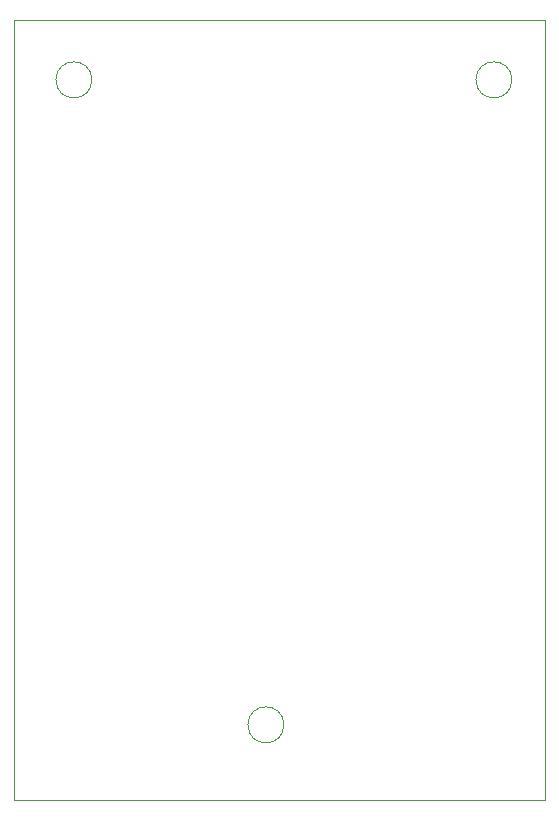
<source format=gbr>
%TF.GenerationSoftware,KiCad,Pcbnew,7.0.6*%
%TF.CreationDate,2025-01-04T15:57:42+10:30*%
%TF.ProjectId,Security System SMPS,53656375-7269-4747-9920-53797374656d,rev?*%
%TF.SameCoordinates,Original*%
%TF.FileFunction,Profile,NP*%
%FSLAX46Y46*%
G04 Gerber Fmt 4.6, Leading zero omitted, Abs format (unit mm)*
G04 Created by KiCad (PCBNEW 7.0.6) date 2025-01-04 15:57:42*
%MOMM*%
%LPD*%
G01*
G04 APERTURE LIST*
%TA.AperFunction,Profile*%
%ADD10C,0.100000*%
%TD*%
G04 APERTURE END LIST*
D10*
X108204000Y-60960000D02*
G75*
G03*
X108204000Y-60960000I-1524000J0D01*
G01*
X143764000Y-60960000D02*
G75*
G03*
X143764000Y-60960000I-1524000J0D01*
G01*
X124460000Y-115570000D02*
G75*
G03*
X124460000Y-115570000I-1524000J0D01*
G01*
X101600000Y-55880000D02*
X146558000Y-55880000D01*
X146558000Y-121920000D01*
X101600000Y-121920000D01*
X101600000Y-55880000D01*
M02*

</source>
